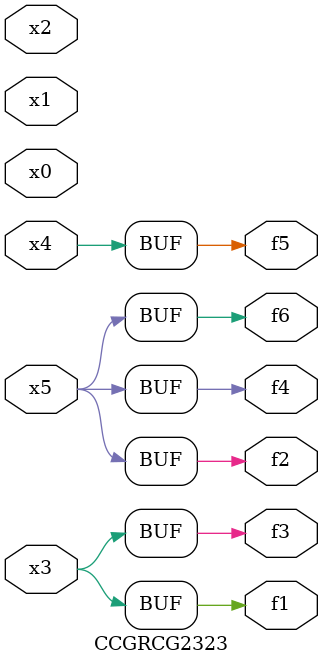
<source format=v>
module CCGRCG2323(
	input x0, x1, x2, x3, x4, x5,
	output f1, f2, f3, f4, f5, f6
);
	assign f1 = x3;
	assign f2 = x5;
	assign f3 = x3;
	assign f4 = x5;
	assign f5 = x4;
	assign f6 = x5;
endmodule

</source>
